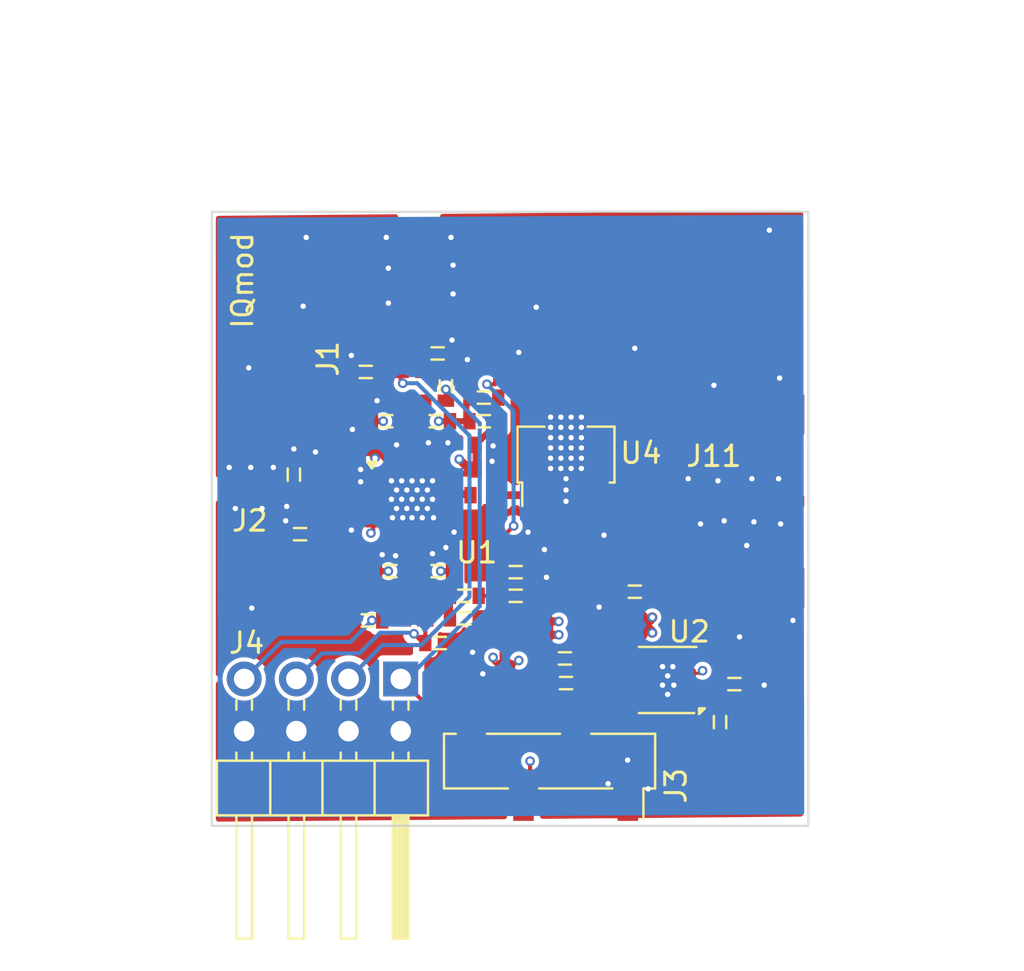
<source format=kicad_pcb>
(kicad_pcb
	(version 20240108)
	(generator "pcbnew")
	(generator_version "8.0")
	(general
		(thickness 1.5448)
		(legacy_teardrops no)
	)
	(paper "A4")
	(layers
		(0 "F.Cu" mixed)
		(1 "In1.Cu" signal)
		(2 "In2.Cu" signal)
		(31 "B.Cu" mixed)
		(35 "F.Paste" user)
		(36 "B.SilkS" user "B.Silkscreen")
		(37 "F.SilkS" user "F.Silkscreen")
		(38 "B.Mask" user)
		(39 "F.Mask" user)
		(44 "Edge.Cuts" user)
		(45 "Margin" user)
		(46 "B.CrtYd" user "B.Courtyard")
		(47 "F.CrtYd" user "F.Courtyard")
		(48 "B.Fab" user)
		(49 "F.Fab" user)
	)
	(setup
		(stackup
			(layer "F.SilkS"
				(type "Top Silk Screen")
			)
			(layer "F.Paste"
				(type "Top Solder Paste")
			)
			(layer "F.Mask"
				(type "Top Solder Mask")
				(thickness 0.0152)
			)
			(layer "F.Cu"
				(type "copper")
				(thickness 0.0432)
			)
			(layer "dielectric 1"
				(type "core")
				(color "FR4 natural")
				(thickness 0.2)
				(material "FR408-HR")
				(epsilon_r 3.69)
				(loss_tangent 0.0091)
			)
			(layer "In1.Cu"
				(type "copper")
				(thickness 0.0175)
			)
			(layer "dielectric 2"
				(type "prepreg")
				(color "FR4 natural")
				(thickness 0.991)
				(material "FR408-HR")
				(epsilon_r 3.69)
				(loss_tangent 0.0091)
			)
			(layer "In2.Cu"
				(type "copper")
				(thickness 0.0175)
			)
			(layer "dielectric 3"
				(type "core")
				(color "FR4 natural")
				(thickness 0.202)
				(material "FR408-HR")
				(epsilon_r 3.69)
				(loss_tangent 0.0091)
			)
			(layer "B.Cu"
				(type "copper")
				(thickness 0.0432)
			)
			(layer "B.Mask"
				(type "Bottom Solder Mask")
				(thickness 0.0152)
			)
			(layer "B.SilkS"
				(type "Bottom Silk Screen")
			)
			(copper_finish "None")
			(dielectric_constraints no)
		)
		(pad_to_mask_clearance 0)
		(allow_soldermask_bridges_in_footprints no)
		(aux_axis_origin 75 75)
		(pcbplotparams
			(layerselection 0x00010e8_ffffffff)
			(plot_on_all_layers_selection 0x0000000_00000000)
			(disableapertmacros no)
			(usegerberextensions no)
			(usegerberattributes yes)
			(usegerberadvancedattributes yes)
			(creategerberjobfile yes)
			(dashed_line_dash_ratio 12.000000)
			(dashed_line_gap_ratio 3.000000)
			(svgprecision 6)
			(plotframeref no)
			(viasonmask no)
			(mode 1)
			(useauxorigin no)
			(hpglpennumber 1)
			(hpglpenspeed 20)
			(hpglpendiameter 15.000000)
			(pdf_front_fp_property_popups yes)
			(pdf_back_fp_property_popups yes)
			(dxfpolygonmode yes)
			(dxfimperialunits yes)
			(dxfusepcbnewfont yes)
			(psnegative no)
			(psa4output no)
			(plotreference yes)
			(plotvalue yes)
			(plotfptext yes)
			(plotinvisibletext no)
			(sketchpadsonfab no)
			(subtractmaskfromsilk no)
			(outputformat 1)
			(mirror no)
			(drillshape 0)
			(scaleselection 1)
			(outputdirectory "plot/")
		)
	)
	(net 0 "")
	(net 1 "GND")
	(net 2 "/p3V3")
	(net 3 "/1V7_FIL")
	(net 4 "/BBIM")
	(net 5 "Net-(U1-BBIN)")
	(net 6 "Net-(U1-BBQN)")
	(net 7 "/BBQM")
	(net 8 "Net-(U1-BBIP)")
	(net 9 "/BBQP")
	(net 10 "Net-(U1-BBQP)")
	(net 11 "Net-(U2-VCON)")
	(net 12 "/p5VIN_FIL")
	(net 13 "/BBIP_WIRE")
	(net 14 "Net-(J3-Pin_3)")
	(net 15 "Net-(R10-Pad2)")
	(net 16 "Net-(R11-Pad2)")
	(net 17 "Net-(U2-VREF)")
	(net 18 "unconnected-(U2-EN-Pad1)")
	(net 19 "p5VIN")
	(net 20 "/r1")
	(net 21 "/r2")
	(net 22 "/r4")
	(net 23 "/r3")
	(net 24 "/rBBIP")
	(net 25 "/p5V0_3V3_FIL")
	(net 26 "/r6")
	(net 27 "/r5")
	(net 28 "Net-(T2-DC)")
	(net 29 "unconnected-(T2-ISO-Pad2)")
	(net 30 "/r7")
	(net 31 "/r9")
	(net 32 "/r8")
	(footprint "b_all:SOT-89-3" (layer "F.Cu") (at 209.85 104.225 90))
	(footprint "b_all:R603" (layer "F.Cu") (at 209.85 115.05 180))
	(footprint "b_all:R603" (layer "F.Cu") (at 203.7 113.1))
	(footprint "b_all:R603" (layer "F.Cu") (at 218.05 115.1 180))
	(footprint "b_all:C603" (layer "F.Cu") (at 201.8 100.6 90))
	(footprint "b_all:R603" (layer "F.Cu") (at 196.6 104.9 90))
	(footprint "b_all:C603" (layer "F.Cu") (at 206.15 104.65 180))
	(footprint "b_all:R603" (layer "F.Cu") (at 200.2 112))
	(footprint "b_all:R603" (layer "F.Cu") (at 209.8 113.85))
	(footprint "b_all:C603" (layer "F.Cu") (at 217.7 106.2 180))
	(footprint "b_all:C603" (layer "F.Cu") (at 198.3 105.6 180))
	(footprint "b_all:R603" (layer "F.Cu") (at 207.4 110.8))
	(footprint "b_all:R603" (layer "F.Cu") (at 205.85 101.15))
	(footprint "b_all:R603" (layer "F.Cu") (at 203.5 102.3))
	(footprint "b_all:C603" (layer "F.Cu") (at 203 111.3 90))
	(footprint "b_all:SMA_Edge_062_142_0701" (layer "F.Cu") (at 195.7 105.6 90))
	(footprint "b_all:R603" (layer "F.Cu") (at 203.6 109.6))
	(footprint "b_all:R603" (layer "F.Cu") (at 217.35 116.95 -90))
	(footprint "b_all:R603" (layer "F.Cu") (at 204.9 110.8))
	(footprint "Package_LGA:Texas_SIL0008D_MicroSiP-8-1EP_2.8x3mm_P0.65mm_EP1.1x1.9mm" (layer "F.Cu") (at 214.8 114.9 180))
	(footprint "b_all:QFN-24-1EP_4x4mm_P0.5mm_EP2.6x2.6mm" (layer "F.Cu") (at 202.4 106.1))
	(footprint "b_all:C603" (layer "F.Cu") (at 217.4 113.4 -90))
	(footprint "b_all:SMA_Edge_062_142_0701" (layer "F.Cu") (at 218.75 106.2 -90))
	(footprint "b_all:C603" (layer "F.Cu") (at 201.9 111.3 90))
	(footprint "b_all:R603" (layer "F.Cu") (at 201.3 109.6 180))
	(footprint "b_all:R603" (layer "F.Cu") (at 200.1 99.9))
	(footprint "b_all:C603" (layer "F.Cu") (at 206.15 103.45 180))
	(footprint "b_all:R603" (layer "F.Cu") (at 207.4 109.65))
	(footprint "b_all:C603" (layer "F.Cu") (at 206.7 99.5 -90))
	(footprint "b_all:C603" (layer "F.Cu") (at 207.4 108.5 180))
	(footprint "b_all:PinHeader_2x04_P2.54mm_Horizontal" (layer "F.Cu") (at 201.8 114.85 -90))
	(footprint "b_all:C805" (layer "F.Cu") (at 205.95 114.6))
	(footprint "b_all:SMA_Edge_062" (layer "F.Cu") (at 202.7 95.2))
	(footprint "b_all:C603" (layer "F.Cu") (at 198.3 106.7 180))
	(footprint "b_all:R603" (layer "F.Cu") (at 203.6 99))
	(footprint "b_all:R603" (layer "F.Cu") (at 205.85 102.3))
	(footprint "b_all:R603" (layer "F.Cu") (at 201.1 102.3 180))
	(footprint "b_all:L805" (layer "F.Cu") (at 207.8 112.4))
	(footprint "b_all:GU1604" (layer "F.Cu") (at 214.1 107.7 180))
	(footprint "b_all:PinHeader_1x04_P2.54mm_Vertical_SMD_Pin1Right"
		(layer "F.Cu")
		(uuid "c5b147f3-cdc6-4b5a-8d03-7ce5b12b0c6a")
		(at 209.05 118.85 -90)
		(descr "surface-mounted straight pin header, 1x04, 2.54mm pitch, single row, style 2 (pin 1 right)")
		(tags "Surface mounted pin header SMD 1x04 2.54mm single row style2 pin1 right")
		(property "Reference" "J3"
			(at 1.2 -6.15 -90)
			(layer "F.SilkS")
			(uuid "2bfb107c-99fc-4a3c-a534-5170f6ce207c")
			(effects
				(font
					(size 1 1)
					(thickness 0.15)
				)
			)
		)
		(property "Value" "Conn_01x04"
			(at 0 6.14 -90)
			(layer "F.Fab")
			(uuid "ee1669de-a945-416f-a706-a94c17bd7969")
			(effects
				(font
					(size 1 1)
					(thickness 0.15)
				)
			)
		)
		(property "Footprint" "b_all:PinHeader_1x04_P2.54mm_Vertical_SMD_Pin1Right"
			(at 0 0 -90)
			(unlocked yes)
			(layer "F.Fab")
			(hide yes)
			(uuid "80a9f023-9901-45f2-9c25-645026428fc5")
			(effects
				(font
					(size 1.27 1.27)
				)
			)
		)
		(property "Datasheet" ""
			(at 0 0 -90)
			(unlocked yes)
			(layer "F.Fab")
			(hide yes)
			(uuid "54fcb96e-663b-4ca7-89da-4200c9e4c497")
			(effects
				(font
					(size 1.27 1.27)
				)
			)
		)
		(property "Description" "Generic connector, single row, 01x04, script generated (kicad-library-utils/schlib/autogen/connector/)"
			(at 0 0 -90)
			(unlocked yes)
			(layer "F.Fab")
			(hide yes)
			(uuid "602d05cb-c6fe-4642-bacd-8e0d9a62bb2d")
			(effects
				(font
					(size 1.27 1.27)
				)
			)
		)
		(property ki_fp_filters "Connector*:*_1x??_*")
		(path "/0ca571e9-ba59-4492-a199-d99b9410f75e")
		(sheetname "Root")
		(sheetfile "IQmod.kicad_sch")
		(attr smd)
		(fp_line
			(start -1.33 5.14)
			(end 1.33 5.14)
			(stroke
				(width 0.12)
				(type solid)
			)
			(layer "F.SilkS")
			(uuid "3a4e9dc4-b35b-43de-ad4c-6a83637abd22")
		)
		(fp_line
			(start -1.33 4.57)
			(end -1.33 5.14)
			(stroke
				(width 0.12)
				(type solid)
			)
			(layer "F.SilkS")
			(uuid "5a9c3740-b4c0-490e-bee3-253b0bb61cdb")
		)
		(fp_line
			(start 1.33 2.03)
			(end 1.33 5.14)
			(stroke
				(width 0.12)
				(type solid)
			)
			(layer "F.SilkS")
			(uuid "a6fa8535-9e80-445c-a6da-3fbf87534d1d")
		)
		(fp_line
			(start -1.33 -0.51)
			(end -1.33 3.05)
			(stroke
				(width 0.12)
				(type solid)
			)
			(layer "F.SilkS")
			(uuid "ddae61ac-40b0-4dde-b4e6-91d72c337d46")
		)
		(fp_line
			(start 1.33 -3.05)
			(end 1.33 0.51)
			(stroke
				(width 0.12)
				(type solid)
			)
			(layer "F.SilkS")
			(uuid "b8f8e91f-4884-4e21-9659-41dce3b6a511")
		)
		(fp_line
			(start 1.33 -4.57)
			(end 2.85 -4.57)
			(stroke
				(width 0.12)
				(type solid)
			)
			(layer "F.SilkS")
			(uuid "b1c0ef1c-2958-49b8-ab99-26bdfacc09a6")
		)
		(fp_line
			(start -1.33 -5.14)
			(end -1.33 -2.03)
			(stroke
				(width 0.12)
				(type solid)
			)
			(layer "F.SilkS")
			(uuid "6b90eea3-a6be-4de7-b068-752e4120a7c9")
		)
		(fp_line
			(start -1.33 -5.14)
			(end 1.33 -5.14)
			(stroke
				(width 0.12)
				(type solid)
			)
			(layer "F.SilkS")
			(uuid "002fb0c4-3095-46df-828f-f26c3209c2ae")
		)
		(fp_line
			(start 1.33 -5.14)
			(end 1.33 -4.57)
			(stroke
				(width 0.12)
				(type solid)
			)
			(layer "F.SilkS")
			(uuid "15b740d4-9ce8-422a-a811-c7b1e282c91e")
		)
		(fp_line
			(start -1.7 5.3)
			(end 1.6 5.3)
			(stroke
				(width 0.05)
				(type solid)
			)
			(layer "F.CrtYd")
			(uuid "9f4e4c8b-99ef-463a-8385-95a4d00d2333")
		)
		(fp_line
			(start 1.6 5.3)
			(end 1.6 2.1)
			(stroke
				(width 0.05)
				(type default)
			)
			(layer "F.CrtYd")
			(uuid "6e1776fb-fd69-44d1-96d5-756e9905a9e4")
		)
		(fp_line
			(start -3 4.7)
			(end -1.8 4.7)
			(stroke
				(width 0.05)
				(type default)
			)
			(layer "F.CrtYd")
			(uuid "bfbd3551-7d41-4ff9-82d3-8ecaacab35e5")
		)
		(fp_line
			(start -1.8 4.7)
			(end -1.7 4.7)
			(stroke
				(width 0.05)
				(type default)
			)
			(layer "F.CrtYd")
			(uuid "0929b66d-e696-4974-b5d8-a3d088ae441f")
		)
		(fp_line
			(start -1.7 4.7)
			(end -1.7 5.3)
			(stroke
				(width 0.05)
				(type default)
			)
			(layer "F.CrtYd")
			(uuid "3ea809b6-ba33-4ce4-9aa8-892fa8816774")
		)
		(fp_line
			(start -3 2.9)
			(end -3 4.7)
			(stroke
				(width 0.05)
				(type default)
			)
			(layer "F.CrtYd")
			(uuid "3916164d-2037-4bf2-98e5-2eed42dbae55")
		)
		(fp_line
			(start -1.7 2.9)
			(end -3 2.9)
			(stroke
				(width 0.05)
				(type default)
			)
			(layer "F.CrtYd")
			(uuid "9bbb18cc-943e-46ba-a7a6-f3fe24f079b4")
		)
		(fp_line
			(start 1.6 2.1)
			(end 3 2.1)
			(stroke
				(width 0.05)
				(type default)
			)
			(layer "F.CrtYd")
			(uuid "e4312342-6228-411a-9ee7-dd1e0bd67408")
		)
		(fp_line
			(start 3 2.1)
			(end 3 0.4)
			(stroke
				(width 0.05)
				(type default)
			)
			(layer "F.CrtYd")
			(uuid "db94b5af-1699-449a-be71-fabe3fc7a32b")
		)
		(fp_line
			(start 1.7 0.4)
			(end 3 0.4)
			(stroke
				(width 0.05)
				(type default)
			)
			(layer "F.CrtYd")
			(uuid "081e1d8c-5b1a-455a-8b31-e90afd6c5d38")
		)
		(fp_line
			(start -3.1 -0.3)
			(end -1.7 -0.3)
			(stroke
				(width 0.05)
				(type default)
			)
			(layer "F.CrtYd")
			(uuid "235f57e6-9871-4565-85fe-6e9eac1b75d4")
		)
		(fp_line
			(start -1.7 -0.3)
			(end -1.7 2.9)
			(stroke
				(width 0.05)
				(type default)
			)
			(layer "F.CrtYd")
			(uuid "f6adaea8-f23d-4fc6-a82d-c6dffc6904e7")
		)
		(fp_line
			(start -3.1 -2.1)
			(end -3.1 -0.3)
			(stroke
				(width 0.05)
				(type default)
			)
			(layer "F.CrtYd")
			(uuid "814480c2-b535-4efe-a8a9-34106988e067")
		)
		(fp_line
			(start -1.7 -2.1)
			(end -3.1 -2.1)
			(stroke
				(width 0.05)
				(type default)
			)
			(layer "F.CrtYd")
			(uuid "948a4abc-bade-4015-93d3-832bea616a0d")
		)
		(fp_line
			(start 1.7 -2.7)
			(end 1.7 0.4)
			(stroke
				(width 0.05)
				(type default)
			)
			(layer "F.CrtYd")
			(uuid "ac2ebeb6-75a0-47bc-b2ec-ca44237610ef")
		)
		(fp_line
			(start 2.9 -2.7)
			(end 1.7 -2.7)
			(stroke
				(width 0.05)
				(type default)
			)
			(layer "F.CrtYd")
			(uuid "ee15138b-d5f5-4d82-8efd-206ba8339c37")
		)
		(fp_line
			(start 2.9 -2.7)
			(end 2.9 -4.8)
			(stroke
				(width 0.05)
				(type default)
			)
			(layer "F.CrtYd")
			(uuid "515209fc-9e23-47d6-91a3-74f94ee7698d")
		)
		(fp_line
			(start 1.6 -4.8)
			(end 2.9 -4.8)
			(stroke
				(width 0.05)
				(type default)
			)
			(layer "F.CrtYd")
			(uuid "1503c8db-58fe-494a-b858-1e7e1002140d")
		)
		(fp_line
			(start -1.7 -5.4)
			(end -1.7 -2.1)
			(stroke
				(width 0.05)
				(type default)
			)
			(layer "F.CrtYd")
			(uuid "2c930fdc-cfc5-4729-955d-6879e6bf57f5")
		)
		(fp_line
			(start 1.6 -5.4)
			(end 1.6 -4.8)
			(stroke
				(width 0.05)
				(type default)
			)
			(layer "F.CrtYd")
			(uuid "758c8a1a-d04a-458f-9525-187c2d1d2563")
		)
		(fp_line
			(start 1.6 -5.4)
			(end -1.7 -5.4)
			(stroke
				(width 0.05)
				(type solid)
			)
			(layer "F.CrtYd")
			(uuid "e5b3a5ba-e697-4118-ac4d-5bcd57108981")
		)
		(fp_line
			(start 1.27 5.08)
			(end -1.27 5.08)
			(stroke
				(width 0.1)
				(type solid)
			)
			(layer "F.Fab")
			(uuid "85988a78-4035-4002-a945-c6da56060a72")
		)
		(fp_line
			(start 1.27 5.08)
			(end 1.27 -4.13)
			(stroke
				(width 0.1)
				(type solid)
			)
			(layer "F.Fab")
			(uuid "b391c667-83a9-4357-ac5e-647001057a50")
		)
		(fp_line
			(start -2.54 4.13)
			(end -1.27 4.13)
			(stroke
				(width 0.1)
				(type solid)
			)
			(layer "F.Fab")
			(uuid "82d58a56-ae4f-43b1-b351-5e448fdcad2f")
		)
		(fp_line
			(start -2.54 3.49)
			
... [247206 chars truncated]
</source>
